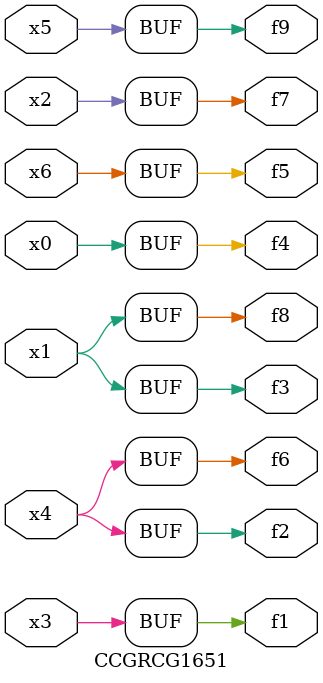
<source format=v>
module CCGRCG1651(
	input x0, x1, x2, x3, x4, x5, x6,
	output f1, f2, f3, f4, f5, f6, f7, f8, f9
);
	assign f1 = x3;
	assign f2 = x4;
	assign f3 = x1;
	assign f4 = x0;
	assign f5 = x6;
	assign f6 = x4;
	assign f7 = x2;
	assign f8 = x1;
	assign f9 = x5;
endmodule

</source>
